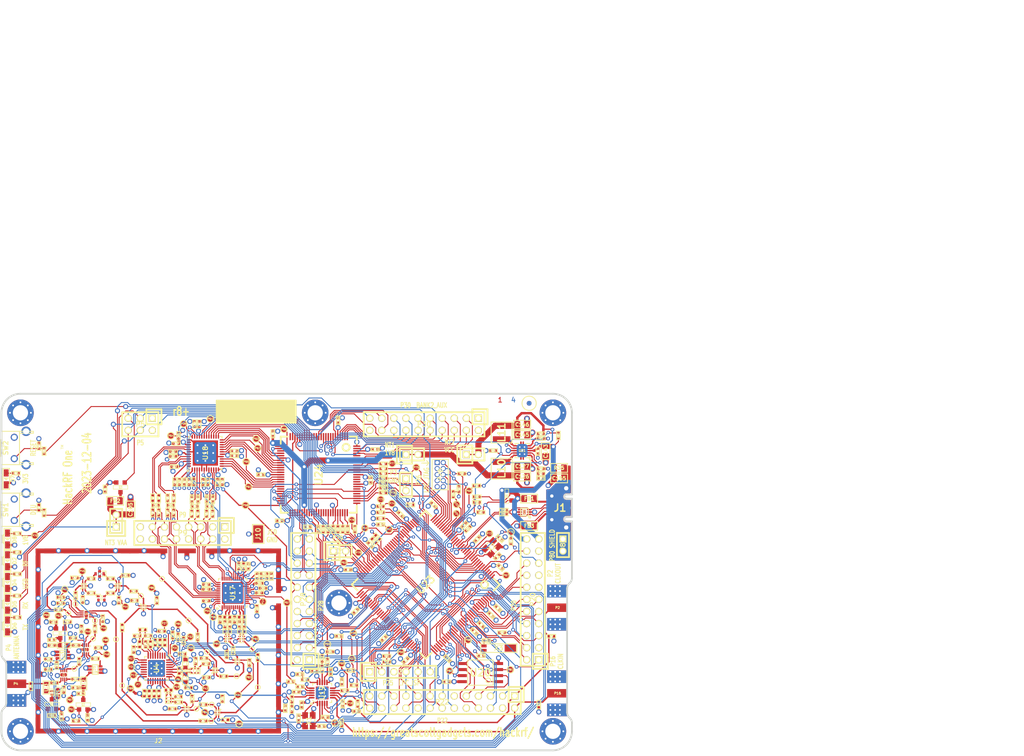
<source format=kicad_pcb>
(kicad_pcb (version 20211014) (generator pcbnew)

  (general
    (thickness 1.6116)
  )

  (paper "USLegal")
  (title_block
    (title "${TITLE}")
    (date "${DATE}")
    (rev "${VERSION}")
    (company "${COPYRIGHT}")
    (comment 1 "${LICENSE}")
  )

  (layers
    (0 "F.Cu" signal "C1F")
    (1 "In1.Cu" signal "C2")
    (2 "In2.Cu" signal "C3")
    (31 "B.Cu" signal "C4B")
    (32 "B.Adhes" user "B.Adhesive")
    (33 "F.Adhes" user "F.Adhesive")
    (34 "B.Paste" user)
    (35 "F.Paste" user)
    (36 "B.SilkS" user "B.Silkscreen")
    (37 "F.SilkS" user "F.Silkscreen")
    (38 "B.Mask" user)
    (39 "F.Mask" user)
    (41 "Cmts.User" user "User.Comments")
    (44 "Edge.Cuts" user)
    (45 "Margin" user)
    (46 "B.CrtYd" user "B.Courtyard")
    (47 "F.CrtYd" user "F.Courtyard")
    (49 "F.Fab" user)
  )

  (setup
    (stackup
      (layer "F.SilkS" (type "Top Silk Screen") (color "White"))
      (layer "F.Paste" (type "Top Solder Paste"))
      (layer "F.Mask" (type "Top Solder Mask") (color "Green") (thickness 0.0127) (material "LPI") (epsilon_r 3.8) (loss_tangent 0))
      (layer "F.Cu" (type "copper") (thickness 0.035))
      (layer "dielectric 1" (type "prepreg") (thickness 0.2104) (material "7628") (epsilon_r 4.6) (loss_tangent 0))
      (layer "In1.Cu" (type "copper") (thickness 0.0152))
      (layer "dielectric 2" (type "core") (thickness 1.065) (material "7628") (epsilon_r 4.6) (loss_tangent 0))
      (layer "In2.Cu" (type "copper") (thickness 0.0152))
      (layer "dielectric 3" (type "prepreg") (thickness 0.2104) (material "7628") (epsilon_r 4.6) (loss_tangent 0))
      (layer "B.Cu" (type "copper") (thickness 0.035))
      (layer "B.Mask" (type "Bottom Solder Mask") (color "Green") (thickness 0.0127) (material "LPI") (epsilon_r 3.8) (loss_tangent 0))
      (layer "B.Paste" (type "Bottom Solder Paste"))
      (layer "B.SilkS" (type "Bottom Silk Screen") (color "White"))
      (copper_finish "ENIG")
      (dielectric_constraints yes)
    )
    (pad_to_mask_clearance 0.05)
    (pad_to_paste_clearance_ratio -0.12)
    (pcbplotparams
      (layerselection 0x00010e8_ffffffff)
      (disableapertmacros false)
      (usegerberextensions true)
      (usegerberattributes false)
      (usegerberadvancedattributes true)
      (creategerberjobfile false)
      (svguseinch false)
      (svgprecision 6)
      (excludeedgelayer true)
      (plotframeref false)
      (viasonmask false)
      (mode 1)
      (useauxorigin false)
      (hpglpennumber 1)
      (hpglpenspeed 20)
      (hpglpendiameter 15.000000)
      (dxfpolygonmode true)
      (dxfimperialunits true)
      (dxfusepcbnewfont true)
      (psnegative false)
      (psa4output false)
      (plotreference false)
      (plotvalue false)
      (plotinvisibletext false)
      (sketchpadsonfab false)
      (subtractmaskfromsilk false)
      (outputformat 1)
      (mirror false)
      (drillshape 0)
      (scaleselection 1)
      (outputdirectory "gerbers")
    )
  )

  (property "COPYRIGHT" "Copyright 2012-2023 Great Scott Gadgets")
  (property "DATE" "2023-12-04")
  (property "LICENSE" "Licensed under the CERN-OHL-P v2")
  (property "TITLE" "HackRF One")
  (property "VERSION" "8+")

  (net 0 "")
  (net 1 "!MIX_BYPASS")
  (net 2 "!RX_AMP_PWR")
  (net 3 "!TX_AMP_PWR")
  (net 4 "!VAA_ENABLE")
  (net 5 "/baseband/CLK0")
  (net 6 "/baseband/CLK1")
  (net 7 "/baseband/CLK2")
  (net 8 "/baseband/CLK3")
  (net 9 "/baseband/CLK5")
  (net 10 "/baseband/COM")
  (net 11 "/baseband/CPOUT+")
  (net 12 "/baseband/CPOUT-")
  (net 13 "/baseband/IA+")
  (net 14 "/baseband/IA-")
  (net 15 "/baseband/ID+")
  (net 16 "/baseband/ID-")
  (net 17 "/baseband/INTR")
  (net 18 "/baseband/OEB")
  (net 19 "/baseband/QA+")
  (net 20 "/baseband/QA-")
  (net 21 "/baseband/QD+")
  (net 22 "/baseband/QD-")
  (net 23 "/baseband/REFN")
  (net 24 "/baseband/REFP")
  (net 25 "/baseband/RXBBI+")
  (net 26 "/baseband/RXBBI-")
  (net 27 "/baseband/RXBBQ+")
  (net 28 "/baseband/RXBBQ-")
  (net 29 "/baseband/TXBBI+")
  (net 30 "/baseband/TXBBI-")
  (net 31 "/baseband/TXBBQ+")
  (net 32 "/baseband/TXBBQ-")
  (net 33 "/baseband/XA")
  (net 34 "/baseband/XB")
  (net 35 "/baseband/XCVR_CLKOUT")
  (net 36 "/baseband/XTAL2")
  (net 37 "/frontend/!ANT_BIAS")
  (net 38 "/frontend/REF_IN")
  (net 39 "/frontend/RX_AMP_OUT")
  (net 40 "/frontend/TX_AMP_IN")
  (net 41 "/frontend/TX_AMP_OUT")
  (net 42 "/mcu/usb/power/ADC0_0")
  (net 43 "/mcu/usb/power/ADC0_2")
  (net 44 "/mcu/usb/power/ADC0_5")
  (net 45 "/mcu/usb/power/ADC0_6")
  (net 46 "/mcu/usb/power/B1AUX13")
  (net 47 "/mcu/usb/power/B1AUX14")
  (net 48 "/mcu/usb/power/B2AUX1")
  (net 49 "/mcu/usb/power/B2AUX10")
  (net 50 "/mcu/usb/power/B2AUX11")
  (net 51 "/mcu/usb/power/B2AUX12")
  (net 52 "/mcu/usb/power/B2AUX13")
  (net 53 "/mcu/usb/power/B2AUX14")
  (net 54 "/mcu/usb/power/B2AUX15")
  (net 55 "/mcu/usb/power/B2AUX16")
  (net 56 "/mcu/usb/power/B2AUX2")
  (net 57 "/mcu/usb/power/B2AUX3")
  (net 58 "/mcu/usb/power/B2AUX4")
  (net 59 "/mcu/usb/power/B2AUX5")
  (net 60 "/mcu/usb/power/B2AUX6")
  (net 61 "/mcu/usb/power/B2AUX7")
  (net 62 "/mcu/usb/power/B2AUX8")
  (net 63 "/mcu/usb/power/B2AUX9")
  (net 64 "/mcu/usb/power/BANK2F3M1")
  (net 65 "/mcu/usb/power/BANK2F3M10")
  (net 66 "/mcu/usb/power/BANK2F3M11")
  (net 67 "/mcu/usb/power/BANK2F3M12")
  (net 68 "/mcu/usb/power/BANK2F3M14")
  (net 69 "/mcu/usb/power/BANK2F3M15")
  (net 70 "/mcu/usb/power/BANK2F3M16")
  (net 71 "/mcu/usb/power/BANK2F3M2")
  (net 72 "/mcu/usb/power/BANK2F3M3")
  (net 73 "/mcu/usb/power/BANK2F3M4")
  (net 74 "/mcu/usb/power/BANK2F3M5")
  (net 75 "/mcu/usb/power/BANK2F3M6")
  (net 76 "/mcu/usb/power/BANK2F3M7")
  (net 77 "/mcu/usb/power/BANK2F3M8")
  (net 78 "/mcu/usb/power/BANK2F3M9")
  (net 79 "/mcu/usb/power/CPLD_TCK")
  (net 80 "/mcu/usb/power/CPLD_TDI")
  (net 81 "/mcu/usb/power/CPLD_TDO")
  (net 82 "/mcu/usb/power/CPLD_TMS")
  (net 83 "/mcu/usb/power/DBGEN")
  (net 84 "/mcu/usb/power/DM")
  (net 85 "/mcu/usb/power/DP")
  (net 86 "/mcu/usb/power/EN1V8")
  (net 87 "/mcu/usb/power/GCK0")
  (net 88 "/mcu/usb/power/GPIO3_10")
  (net 89 "/mcu/usb/power/GPIO3_11")
  (net 90 "/mcu/usb/power/GPIO3_12")
  (net 91 "/mcu/usb/power/GPIO3_13")
  (net 92 "/mcu/usb/power/GPIO3_14")
  (net 93 "/mcu/usb/power/GPIO3_15")
  (net 94 "/mcu/usb/power/GPIO3_8")
  (net 95 "/mcu/usb/power/GPIO3_9")
  (net 96 "/mcu/usb/power/GP_CLKIN")
  (net 97 "/mcu/usb/power/I2C1_SCL")
  (net 98 "/mcu/usb/power/I2C1_SDA")
  (net 99 "/mcu/usb/power/I2S0_RX_MCLK")
  (net 100 "/mcu/usb/power/I2S0_RX_SCK")
  (net 101 "/mcu/usb/power/I2S0_RX_SDA")
  (net 102 "/mcu/usb/power/I2S0_RX_WS")
  (net 103 "/mcu/usb/power/I2S0_TX_MCLK")
  (net 104 "/mcu/usb/power/I2S0_TX_SCK")
  (net 105 "/mcu/usb/power/ISP")
  (net 106 "/mcu/usb/power/LED1")
  (net 107 "/mcu/usb/power/LED2")
  (net 108 "/mcu/usb/power/LED3")
  (net 109 "/mcu/usb/power/P1_1")
  (net 110 "/mcu/usb/power/P1_2")
  (net 111 "/mcu/usb/power/P2_13")
  (net 112 "/mcu/usb/power/P2_8")
  (net 113 "/mcu/usb/power/P2_9")
  (net 114 "/mcu/usb/power/REG_OUT1")
  (net 115 "/mcu/usb/power/REG_OUT2")
  (net 116 "/mcu/usb/power/RESET")
  (net 117 "/mcu/usb/power/RREF")
  (net 118 "/mcu/usb/power/RTCX1")
  (net 119 "/mcu/usb/power/RTCX2")
  (net 120 "/mcu/usb/power/RTC_ALARM")
  (net 121 "/mcu/usb/power/SD_CD")
  (net 122 "/mcu/usb/power/SD_CLK")
  (net 123 "/mcu/usb/power/SD_CMD")
  (net 124 "/mcu/usb/power/SD_DAT0")
  (net 125 "/mcu/usb/power/SD_DAT1")
  (net 126 "/mcu/usb/power/SD_DAT2")
  (net 127 "/mcu/usb/power/SD_DAT3")
  (net 128 "/mcu/usb/power/SD_POW")
  (net 129 "/mcu/usb/power/SD_VOLT0")
  (net 130 "/mcu/usb/power/SGPIO0")
  (net 131 "/mcu/usb/power/SGPIO1")
  (net 132 "/mcu/usb/power/SGPIO10")
  (net 133 "/mcu/usb/power/SGPIO11")
  (net 134 "/mcu/usb/power/SGPIO12")
  (net 135 "/mcu/usb/power/SGPIO13")
  (net 136 "/mcu/usb/power/SGPIO14")
  (net 137 "/mcu/usb/power/SGPIO15")
  (net 138 "/mcu/usb/power/SGPIO2")
  (net 139 "/mcu/usb/power/SGPIO3")
  (net 140 "/mcu/usb/power/SGPIO4")
  (net 141 "/mcu/usb/power/SGPIO5")
  (net 142 "/mcu/usb/power/SGPIO6")
  (net 143 "/mcu/usb/power/SGPIO7")
  (net 144 "/mcu/usb/power/SGPIO9")
  (net 145 "/mcu/usb/power/SPIFI_CS")
  (net 146 "/mcu/usb/power/SPIFI_CIPO")
  (net 147 "/mcu/usb/power/SPIFI_COPI")
  (net 148 "/mcu/usb/power/SPIFI_SCK")
  (net 149 "/mcu/usb/power/SPIFI_SIO2")
  (net 150 "/mcu/usb/power/SPIFI_SIO3")
  (net 151 "/mcu/usb/power/TCK")
  (net 152 "/mcu/usb/power/TDI")
  (net 153 "/mcu/usb/power/TDO")
  (net 154 "/mcu/usb/power/TMS")
  (net 155 "/mcu/usb/power/U0_RXD")
  (net 156 "/mcu/usb/power/U0_TXD")
  (net 157 "/mcu/usb/power/USB_SHIELD")
  (net 158 "/mcu/usb/power/VBAT")
  (net 159 "/mcu/usb/power/VBUS")
  (net 160 "/mcu/usb/power/VBUSCTRL")
  (net 161 "/mcu/usb/power/VIN")
  (net 162 "/mcu/usb/power/VREGMODE")
  (net 163 "/mcu/usb/power/WAKEUP")
  (net 164 "/mcu/usb/power/XTAL1")
  (net 165 "/mcu/usb/power/XTAL2")
  (net 166 "AMP_BYPASS")
  (net 167 "CLK6")
  (net 168 "CLKIN")
  (net 169 "CLKOUT")
  (net 170 "CS_AD")
  (net 171 "CS_XCVR")
  (net 172 "DA0")
  (net 173 "DA1")
  (net 174 "DA2")
  (net 175 "DA3")
  (net 176 "DA4")
  (net 177 "DA5")
  (net 178 "DA6")
  (net 179 "DA7")
  (net 180 "DD0")
  (net 181 "DD1")
  (net 182 "DD2")
  (net 183 "DD3")
  (net 184 "DD4")
  (net 185 "DD5")
  (net 186 "DD6")
  (net 187 "DD7")
  (net 188 "DD8")
  (net 189 "DD9")
  (net 190 "GCK1")
  (net 191 "GCK2")
  (net 192 "GND")
  (net 193 "HP")
  (net 194 "LP")
  (net 195 "MCU_CLK")
  (net 196 "MIXER_ENX")
  (net 197 "MIXER_RESETX")
  (net 198 "MIXER_SCLK")
  (net 199 "MIXER_SDATA")
  (net 200 "MIX_BYPASS")
  (net 201 "MIX_CLK")
  (net 202 "RSSI")
  (net 203 "RX")
  (net 204 "RXENABLE")
  (net 205 "RX_AMP")
  (net 206 "RX_IF")
  (net 207 "RX_MIX_BP")
  (net 208 "SCL")
  (net 209 "SDA")
  (net 210 "SGPIO_CLK")
  (net 211 "SSP1_CIPO")
  (net 212 "SSP1_COPI")
  (net 213 "SSP1_SCK")
  (net 214 "TXENABLE")
  (net 215 "TX_AMP")
  (net 216 "TX_IF")
  (net 217 "TX_MIX_BP")
  (net 218 "VAA")
  (net 219 "VCC")
  (net 220 "XCVR_EN")
  (net 221 "Net-(C8-Pad2)")
  (net 222 "Net-(C9-Pad2)")
  (net 223 "Net-(C9-Pad1)")
  (net 224 "Net-(C12-Pad1)")
  (net 225 "Net-(C13-Pad1)")
  (net 226 "Net-(C14-Pad2)")
  (net 227 "Net-(C14-Pad1)")
  (net 228 "Net-(C15-Pad2)")
  (net 229 "Net-(C17-Pad2)")
  (net 230 "Net-(C17-Pad1)")
  (net 231 "Net-(C18-Pad2)")
  (net 232 "Net-(C18-Pad1)")
  (net 233 "Net-(C20-Pad2)")
  (net 234 "Net-(C20-Pad1)")
  (net 235 "Net-(C21-Pad2)")
  (net 236 "Net-(C21-Pad1)")
  (net 237 "Net-(C23-Pad2)")
  (net 238 "Net-(C23-Pad1)")
  (net 239 "Net-(C25-Pad1)")
  (net 240 "Net-(C26-Pad2)")
  (net 241 "Net-(C26-Pad1)")
  (net 242 "Net-(C27-Pad2)")
  (net 243 "Net-(C27-Pad1)")
  (net 244 "Net-(C28-Pad2)")
  (net 245 "Net-(C28-Pad1)")
  (net 246 "Net-(C31-Pad2)")
  (net 247 "Net-(C31-Pad1)")
  (net 248 "Net-(C32-Pad2)")
  (net 249 "Net-(C32-Pad1)")
  (net 250 "Net-(C43-Pad2)")
  (net 251 "Net-(C43-Pad1)")
  (net 252 "Net-(C44-Pad2)")
  (net 253 "Net-(C44-Pad1)")
  (net 254 "Net-(C46-Pad2)")
  (net 255 "Net-(C46-Pad1)")
  (net 256 "Net-(C48-Pad1)")
  (net 257 "Net-(C49-Pad2)")
  (net 258 "Net-(C50-Pad1)")
  (net 259 "Net-(C51-Pad2)")
  (net 260 "Net-(C51-Pad1)")
  (net 261 "Net-(C163-Pad2)")
  (net 262 "Net-(C58-Pad2)")
  (net 263 "Net-(C59-Pad2)")
  (net 264 "Net-(C61-Pad2)")
  (net 265 "Net-(C61-Pad1)")
  (net 266 "Net-(C62-Pad2)")
  (net 267 "Net-(C64-Pad2)")
  (net 268 "Net-(C64-Pad1)")
  (net 269 "Net-(C99-Pad2)")
  (net 270 "Net-(C99-Pad1)")
  (net 271 "Net-(C102-Pad2)")
  (net 272 "Net-(C102-Pad1)")
  (net 273 "Net-(C104-Pad2)")
  (net 274 "Net-(C104-Pad1)")
  (net 275 "Net-(C105-Pad1)")
  (net 276 "Net-(C106-Pad1)")
  (net 277 "Net-(C111-Pad2)")
  (net 278 "Net-(C111-Pad1)")
  (net 279 "Net-(C114-Pad2)")
  (net 280 "Net-(C114-Pad1)")
  (net 281 "Net-(C125-Pad2)")
  (net 282 "Net-(C160-Pad1)")
  (net 283 "Net-(D2-Pad2)")
  (net 284 "Net-(D4-Pad2)")
  (net 285 "Net-(D5-Pad2)")
  (net 286 "Net-(D6-Pad2)")
  (net 287 "Net-(D7-Pad2)")
  (net 288 "Net-(D8-Pad2)")
  (net 289 "Net-(FB1-Pad1)")
  (net 290 "Net-(FB2-Pad1)")
  (net 291 "Net-(FB3-Pad1)")
  (net 292 "Net-(J1-Pad4)")
  (net 293 "Net-(J1-Pad3)")
  (net 294 "Net-(J1-Pad2)")
  (net 295 "Net-(L1-Pad2)")
  (net 296 "Net-(L1-Pad1)")
  (net 297 "Net-(L2-Pad1)")
  (net 298 "Net-(L3-Pad1)")
  (net 299 "Net-(L10-Pad1)")
  (net 300 "Net-(L11-Pad2)")
  (net 301 "Net-(D10-Pad1)")
  (net 302 "Net-(P6-Pad1)")
  (net 303 "Net-(P7-Pad1)")
  (net 304 "Net-(P17-Pad1)")
  (net 305 "Net-(P19-Pad1)")
  (net 306 "Net-(P24-Pad1)")
  (net 307 "Net-(R4-Pad2)")
  (net 308 "Net-(R30-Pad2)")
  (net 309 "Net-(R19-Pad2)")
  (net 310 "Net-(R51-Pad1)")
  (net 311 "Net-(R52-Pad2)")
  (net 312 "Net-(R55-Pad2)")
  (net 313 "Net-(R62-Pad1)")
  (net 314 "/frontend/RX_AMP_IN")
  (net 315 "+1V8")
  (net 316 "unconnected-(P25-Pad3)")
  (net 317 "unconnected-(P26-Pad7)")
  (net 318 "unconnected-(U4-Pad1)")
  (net 319 "unconnected-(U4-Pad2)")
  (net 320 "unconnected-(U4-Pad3)")
  (net 321 "unconnected-(U4-Pad11)")
  (net 322 "unconnected-(U4-Pad13)")
  (net 323 "unconnected-(U4-Pad14)")
  (net 324 "unconnected-(U4-Pad17)")
  (net 325 "unconnected-(U4-Pad18)")
  (net 326 "unconnected-(U4-Pad20)")
  (net 327 "unconnected-(U4-Pad21)")
  (net 328 "unconnected-(U9-Pad2)")
  (net 329 "unconnected-(U12-Pad2)")
  (net 330 "unconnected-(U14-Pad2)")
  (net 331 "unconnected-(U15-Pad4)")
  (net 332 "unconnected-(U15-Pad6)")
  (net 333 "unconnected-(U17-Pad3)")
  (net 334 "unconnected-(U17-Pad6)")
  (net 335 "unconnected-(U17-Pad8)")
  (net 336 "unconnected-(U17-Pad9)")
  (net 337 "unconnected-(U17-Pad12)")
  (net 338 "unconnected-(U17-Pad14)")
  (net 339 "unconnected-(U17-Pad18)")
  (net 340 "unconnected-(U17-Pad33)")
  (net 341 "unconnected-(U17-Pad34)")
  (net 342 "unconnected-(U17-Pad40)")
  (net 343 "unconnected-(U18-Pad38)")
  (net 344 "unconnected-(U23-Pad85)")
  (net 345 "unconnected-(U23-Pad89)")
  (net 346 "unconnected-(U23-Pad90)")
  (net 347 "unconnected-(U24-Pad14)")
  (net 348 "unconnected-(U24-Pad15)")
  (net 349 "unconnected-(U24-Pad16)")
  (net 350 "unconnected-(U24-Pad20)")
  (net 351 "unconnected-(U24-Pad25)")
  (net 352 "unconnected-(U24-Pad44)")
  (net 353 "unconnected-(U24-Pad46)")
  (net 354 "unconnected-(U24-Pad49)")
  (net 355 "unconnected-(U24-Pad50)")
  (net 356 "unconnected-(U24-Pad52)")
  (net 357 "unconnected-(U24-Pad53)")
  (net 358 "unconnected-(U24-Pad54)")
  (net 359 "unconnected-(U24-Pad58)")
  (net 360 "unconnected-(U24-Pad59)")
  (net 361 "unconnected-(U24-Pad60)")
  (net 362 "unconnected-(U24-Pad63)")
  (net 363 "unconnected-(U24-Pad65)")
  (net 364 "unconnected-(U24-Pad66)")
  (net 365 "unconnected-(U24-Pad68)")
  (net 366 "unconnected-(U24-Pad73)")
  (net 367 "unconnected-(U24-Pad75)")
  (net 368 "unconnected-(U24-Pad80)")
  (net 369 "unconnected-(U24-Pad82)")
  (net 370 "unconnected-(U24-Pad85)")
  (net 371 "unconnected-(U24-Pad86)")
  (net 372 "unconnected-(U24-Pad87)")
  (net 373 "unconnected-(U24-Pad93)")
  (net 374 "unconnected-(U24-Pad95)")
  (net 375 "unconnected-(U24-Pad96)")
  (net 376 "Net-(D10-Pad2)")

  (footprint "gsg-modules:LTST-S220" (layer "F.Cu") (at 61.27 148.838 -90))

  (footprint "gsg-modules:LTST-S220" (layer "F.Cu") (at 61.27 139.694 -90))

  (footprint "gsg-modules:LTST-S220" (layer "F.Cu") (at 61.27 130.55 -90))

  (footprint "gsg-modules:LTST-S220" (layer "F.Cu") (at 61.27 144.266 -90))

  (footprint "gsg-modules:LTST-S220" (layer "F.Cu") (at 61.27 135.122 -90))

  (footprint "GSG-TESTPOINT-30MIL-MASKONLY" (layer "F.Cu") (at 89.31402 142.49908))

  (footprint "GSG-TESTPOINT-30MIL-MASKONLY" (layer "F.Cu") (at 84.1046 151.6574))

  (footprint "GSG-TESTPOINT-30MIL-MASKONLY" (layer "F.Cu") (at 75.57516 144.21358))

  (footprint "GSG-TESTPOINT-30MIL-MASKONLY" (layer "F.Cu") (at 74.0537 146.1516))

  (footprint "GSG-TESTPOINT-30MIL-MASKONLY" (layer "F.Cu") (at 93.782 138.932))

  (footprint "GSG-TESTPOINT-30MIL-MASKONLY" (layer "F.Cu") (at 85.4 161.3602))

  (footprint "GSG-TESTPOINT-30MIL-MASKONLY" (layer "F.Cu") (at 75.33894 157.8483))

  (footprint "GSG-TESTPOINT-30MIL-MASKONLY" (layer "F.Cu") (at 79.28 151.506))

  (footprint "GSG-TESTPOINT-30MIL-MASKONLY" (layer "F.Cu") (at 113.919 161.74974))

  (footprint "GSG-TESTPOINT-30MIL-MASKONLY" (layer "F.Cu") (at 104.11206 168.79824))

  (footprint "GSG-TESTPOINT-30MIL-MASKONLY" (layer "F.Cu") (at 104.25176 165.37432))

  (footprint "GSG-TESTPOINT-30MIL-MASKONLY" (layer "F.Cu") (at 101.0158 166.26332))

  (footprint "GSG-TESTPOINT-30MIL-MASKONLY" (layer "F.Cu") (at 79.6671 147.71116))

  (footprint "GSG-TESTPOINT-30MIL-MASKONLY" (layer "F.Cu") (at 109.47654 159.42564))

  (footprint "GSG-TESTPOINT-30MIL-MASKONLY" (layer "F.Cu") (at 99.36226 147.6883))

  (footprint "GSG-TESTPOINT-30MIL-MASKONLY" (layer "F.Cu") (at 103.23068 154.2796))

  (footprint "GSG-TESTPOINT-30MIL-MASKONLY" (layer "F.Cu") (at 112.71504 153.71064))

  (footprint "gsg-modules:LTST-S220" (layer "F.Cu") (at 61 117.9 -90))

  (footprint "GSG-MARK1MM" (layer "F.Cu") (at 171 102))

  (footprint "hackrf:GSG-0402" (layer "F.Cu") (at 91.0964 163.0468 -90))

  (footprint "hackrf:GSG-0402" (layer "F.Cu") (at 90.0804 163.0468 -90))

  (footprint "hackrf:GSG-0402" (layer "F.Cu") (at 93.1284 163.0468 -90))

  (footprint "hackrf:GSG-0402" (layer "F.Cu") (at 92.1124 163.0468 -90))

  (footprint "hackrf:GSG-0402" (layer "F.Cu") (at 92.341 152.328 90))

  (footprint "hackrf:GSG-0402" (layer "F.Cu") (at 93.357 152.328 90))

  (footprint "hackrf:GSG-0402" (layer "F.Cu") (at 107.084 168.5762 180))

  (footprint "hackrf:GSG-0402" (layer "F.Cu") (at 113.919 155.448 -90))

  (footprint "hackrf:GSG-0402" (layer "F.Cu") (at 85.4 149.1682 90))

  (footprint "hackrf:GSG-0402" (layer "F.Cu") (at 87.9808 143.4816))

  (footprint "hackrf:GSG-0402" (layer "F.Cu") (at 84.7138 143.4622 90))

  (footprint "hackrf:GSG-0402" (layer "F.Cu") (at 87.7944 153.8266 -90))

  (footprint "hackrf:GSG-0402" (layer "F.Cu") (at 88.5564 150.9056 180))

  (footprint "hackrf:GSG-0402" (layer "F.Cu") (at 90.3344 152.6836 90))

  (footprint "hackrf:GSG-0402" (layer "F.Cu") (at 90.8424 150.9056))

  (footprint "hackrf:GSG-0402" (layer "F.Cu") (at 106.4998 164.1566 90))

  (footprint "hackrf:GSG-0402" (layer "F.Cu") (at 82.9358 141.9382))

  (footprint "hackrf:GSG-0402" (layer "F.Cu") (at 78.8718 141.9382))

  (footprint "hackrf:GSG-0402" (layer "F.Cu") (at 77.0938 143.3352 90))

  (footprint "hackrf:GSG-0402" (layer "F.Cu") (at 87.8078 141.5288))

  (footprint "hackrf:GSG-0402" (layer "F.Cu") (at 102.4382 165.3794 180))

  (footprint "hackrf:GSG-0402" (layer "F.Cu") (at 95.9732 166.2726))

  (footprint "hackrf:GSG-0402" (layer "F.Cu") (at 101.2698 151.1808 90))

  (footprint "hackrf:GSG-0402" (layer "F.Cu") (at 92.6798 143.4816 -90))

  (footprint "hackrf:GSG-0402" (layer "F.Cu") (at 97.1924 163.7326))

  (footprint "hackrf:GSG-0402" (layer "F.Cu") (at 78.8718 138.8902 180))

  (footprint "hackrf:GSG-0402" (layer "F.Cu") (at 82.9358 138.8902))

  (footprint "hackrf:GSG-0402" (layer "F.Cu") (at 97.1924 164.8756))

  (footprint "hackrf:GSG-0402" (layer "F.Cu") (at 75.4174 138.7124 180))

  (footprint "hackrf:GSG-0402" (layer "F.Cu") (at 86.1 138.2))

  (footprint "hackrf:GSG-0402" (layer "F.Cu") (at 75.5952 142.4462 90))

  (footprint "hackrf:GSG-0402" (layer "F.Cu") (at 102.4382 168.8084 180))

  (footprint "hackrf:GSG-0402" (layer "F.Cu") (at 100.1134 164.139 90))

  (footprint "hackrf:GSG-0402" (layer "F.Cu") (at 98.31 151.9216 90))

  (footprint "hackrf:GSG-0402" (layer "F.Cu") (at 97.167 151.1596 90))

  (footprint "hackrf:GSG-0402" (layer "F.Cu") (at 96.024 150.7786 90))

  (footprint "hackrf:GSG-0402" (layer "F.Cu") (at 93.738 149.915 180))

  (footprint "hackrf:GSG-0402" (layer "F.Cu") (at 72.4456 142.8272))

  (footprint "hackrf:GSG-0402" (layer "F.Cu") (at 81.3054 147.3454 90))

  (footprint "hackrf:GSG-0402" (layer "F.Cu") (at 72.4456 144.0718))

  (footprint "hackrf:GSG-0402" (layer "F.Cu") (at 99.326 161.8276))

  (footprint "hackrf:GSG-0402" (layer "F.Cu") (at 98.056 154.7156 180))

  (footprint "hackrf:GSG-0402" (layer "F.Cu") (at 72.009 145.415 180))

  (footprint "hackrf:GSG-0402" (layer "F.Cu") (at 79.6798 149.4282 90))

  (footprint "hackrf:GSG-0402" (layer "F.Cu") (at 102.5906 155.6512))

  (footprint "hackrf:GSG-0402" (layer "F.Cu") (at 103.0478 156.7942 180))

  (footprint "hackrf:GSG-0402" (layer "F.Cu") (at 112.1664 156.5656 90))

  (footprint "hackrf:GSG-0402" (layer "F.Cu") (at 108.7374 154.0002 90))

  (footprint "hackrf:GSG-0402" (layer "F.Cu") (at 100.85 156.2396 -90))

  (footprint "hackrf:GSG-0402" (layer "F.Cu") (at 75.678 152.92))

  (footprint "hackrf:GSG-0402" (layer "F.Cu") (at 106.7414 159.434 180))

  (footprint "hackrf:GSG-0402" (layer "F.Cu") (at 70.598 152.92 180))

  (footprint "hackrf:GSG-0402" (layer "F.Cu") (at 70.9474 147.9998 180))

  (footprint "hackrf:GSG-0402" (layer "F.Cu") (at 103.124 159.6644 180))

  (footprint "hackrf:GSG-0402" (layer "F.Cu") (at 80.377 153.428))

  (footprint "hackrf:GSG-0402" (layer "F.Cu") (at 107.3912 154.8638 90))

  (footprint "hackrf:GSG-0402" (layer "F.Cu") (at 76.835 149.4282 90))

  (footprint "hackrf:GSG-0402" (layer "F.Cu") (at 71.614 157.111 90))

  (footprint "hackrf:GSG-0402" (layer "F.Cu") (at 79.742 155.714))

  (footprint "hackrf:GSG-0402" (layer "F.Cu") (at 75.043 151.396))

  (footprint "hackrf:GSG-0402" (layer "F.Cu") (at 76.3638 156.3236 90))

  (footprint "hackrf:GSG-0402" (layer "F.Cu") (at 75.551 160.032))

  (footprint "hackrf:GSG-0402" (layer "F.Cu") (at 73.0872 162.2418 -90))

  (footprint "hackrf:GSG-0402" (layer "F.Cu") (at 71.13 160.81 180))

  (footprint "hackrf:GSG-0402" (layer "F.Cu") (at 69.836 158))

  (footprint "hackrf:GSG-0402" (layer "F.Cu") (at 69.836 155.841))

  (footprint "hackrf:GSG-0402" (layer "F.Cu") (at 121.0802 164.2964 -90))

  (footprint "hackrf:GSG-0402" (layer "F.Cu") (at 127.4624 155.7214 90))

  (footprint "hackrf:GSG-0402" (layer "F.Cu") (at 129.088 154.2736))

  (footprint "hackrf:GSG-0402" (layer "F.Cu") (at 121.0802 166.3284 -90))

  (footprint "hackrf:GSG-0402" (layer "F.Cu") (at 100.4824 118.5578 -90))

  (footprint "hackrf:GSG-0402" (layer "F.Cu") (at 99.4664 118.5578 -90))

  (footprint "hackrf:GSG-0402" (layer "F.Cu") (at 103.4034 118.5578 -90))

  (footprint "hackrf:GSG-0402" (layer "F.Cu") (at 102.3874 118.5578 -90))

  (footprint "hackrf:GSG-0402" (layer "F.Cu") (at 105.4354 118.5578 -90))

  (footprint "hackrf:GSG-0402" (layer "F.Cu") (at 106.4514 118.5578 -90))

  (footprint "hackrf:GSG-0402" (layer "F.Cu") (at 101.6254 106.3658 90))

  (footprint "hackrf:GSG-0402" (layer "F.Cu") (at 100.6094 106.3658 90))

  (footprint "hackrf:GSG-0402" (layer "F.Cu") (at 96.7359 110.4933 180))

  (footprint "hackrf:GSG-0402" (layer "F.Cu") (at 97.2439 108.8423 90))

  (footprint "hackrf:GSG-0402" (layer "F.Cu")
    (tedit 4FB6CFE4) (tstamp 00000000-0000-0000-0000-00005787e283)
    (at 96.1009 113.1603 180)
    (property "Description" "CAP CER 0.1UF 10V 10% X5R 0402")
    (property "Manufacturer" "Murata")
    (property "Part Number" "GRM155R61A104KA01D")
    (property "Sheetfile" "baseband.kicad_sch")
    (property "Sheetname" "baseband")
    (path "/00000000-0000-0000-0000-000050370666/00000000-0000-0000-0000-0000503c49fa")
    (solder_mask_margin 0.1016)
    (attr through_hole)
    (fp_text reference "C81" (at 0 0.0508 180) (layer "F.SilkS")
      (effects (font (size 0.4064 0.4064) (thickness 0.1016)))
      (tstamp 014e208b-7a4f-46a8-a4ca-c11530962f28)
    )
    (fp_text value "100nF" (at 0 0.0508 180) (layer "F.SilkS") hide
      (effects (font (size 0.4064 0.4064) (thickness 0.1016)))
      (tstamp 2f8d09bf-f2db-4798-a12b-68c64af87a1f)
    )
    (fp_line (start 0.889 -0.381) (end 0.889 0.381) (layer "F.SilkS") (width 0.2032) (tstamp 695ed798-9020-4894-9a6b-e1e7051ac272))
    (fp_line (start -0.889 -0.381) (end 0.889 -0.381) (layer "F.SilkS") (width 0.2032) (tstamp 8f2bf1a2-877c-4284-93b5-a9d5010d6d63))
    (fp_line (start 0.889 0.381) (end -0.889 0.381) (layer "F.SilkS") (width 0.2032) (tstamp ac53fc72-bced-4647-8367-c4f3aa45a503))
    (fp_line (start -0.889 0.381) (end -0.889 -0.381) (layer "F.SilkS") (width 0.2032) (tstamp f4e9f9d7-21ae-491b-8873-d549b4278160))
    (pad "1" smd rect locked (at -0.53
... [4437497 chars truncated]
</source>
